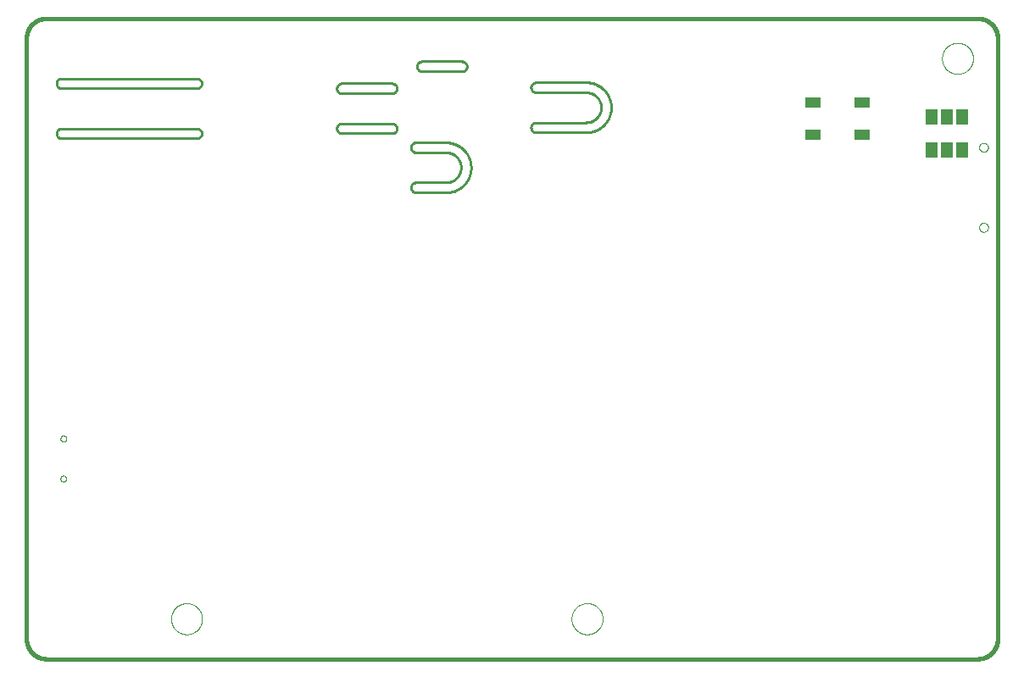
<source format=gbp>
G75*
%MOIN*%
%OFA0B0*%
%FSLAX25Y25*%
%IPPOS*%
%LPD*%
%AMOC8*
5,1,8,0,0,1.08239X$1,22.5*
%
%ADD10C,0.01600*%
%ADD11C,0.01000*%
%ADD12C,0.00000*%
%ADD13R,0.05906X0.03937*%
%ADD14R,0.04600X0.06300*%
D10*
X0016939Y0009674D02*
X0016939Y0245894D01*
X0016941Y0246084D01*
X0016948Y0246274D01*
X0016960Y0246464D01*
X0016976Y0246654D01*
X0016996Y0246843D01*
X0017022Y0247032D01*
X0017051Y0247220D01*
X0017086Y0247407D01*
X0017125Y0247593D01*
X0017168Y0247778D01*
X0017216Y0247963D01*
X0017268Y0248146D01*
X0017324Y0248327D01*
X0017385Y0248507D01*
X0017451Y0248686D01*
X0017520Y0248863D01*
X0017594Y0249039D01*
X0017672Y0249212D01*
X0017755Y0249384D01*
X0017841Y0249553D01*
X0017931Y0249721D01*
X0018026Y0249886D01*
X0018124Y0250049D01*
X0018227Y0250209D01*
X0018333Y0250367D01*
X0018443Y0250522D01*
X0018556Y0250675D01*
X0018674Y0250825D01*
X0018795Y0250971D01*
X0018919Y0251115D01*
X0019047Y0251256D01*
X0019178Y0251394D01*
X0019313Y0251529D01*
X0019451Y0251660D01*
X0019592Y0251788D01*
X0019736Y0251912D01*
X0019882Y0252033D01*
X0020032Y0252151D01*
X0020185Y0252264D01*
X0020340Y0252374D01*
X0020498Y0252480D01*
X0020658Y0252583D01*
X0020821Y0252681D01*
X0020986Y0252776D01*
X0021154Y0252866D01*
X0021323Y0252952D01*
X0021495Y0253035D01*
X0021668Y0253113D01*
X0021844Y0253187D01*
X0022021Y0253256D01*
X0022200Y0253322D01*
X0022380Y0253383D01*
X0022561Y0253439D01*
X0022744Y0253491D01*
X0022929Y0253539D01*
X0023114Y0253582D01*
X0023300Y0253621D01*
X0023487Y0253656D01*
X0023675Y0253685D01*
X0023864Y0253711D01*
X0024053Y0253731D01*
X0024243Y0253747D01*
X0024433Y0253759D01*
X0024623Y0253766D01*
X0024813Y0253768D01*
X0024813Y0253769D02*
X0390955Y0253769D01*
X0390955Y0253768D02*
X0391145Y0253766D01*
X0391335Y0253759D01*
X0391525Y0253747D01*
X0391715Y0253731D01*
X0391904Y0253711D01*
X0392093Y0253685D01*
X0392281Y0253656D01*
X0392468Y0253621D01*
X0392654Y0253582D01*
X0392839Y0253539D01*
X0393024Y0253491D01*
X0393207Y0253439D01*
X0393388Y0253383D01*
X0393568Y0253322D01*
X0393747Y0253256D01*
X0393924Y0253187D01*
X0394100Y0253113D01*
X0394273Y0253035D01*
X0394445Y0252952D01*
X0394614Y0252866D01*
X0394782Y0252776D01*
X0394947Y0252681D01*
X0395110Y0252583D01*
X0395270Y0252480D01*
X0395428Y0252374D01*
X0395583Y0252264D01*
X0395736Y0252151D01*
X0395886Y0252033D01*
X0396032Y0251912D01*
X0396176Y0251788D01*
X0396317Y0251660D01*
X0396455Y0251529D01*
X0396590Y0251394D01*
X0396721Y0251256D01*
X0396849Y0251115D01*
X0396973Y0250971D01*
X0397094Y0250825D01*
X0397212Y0250675D01*
X0397325Y0250522D01*
X0397435Y0250367D01*
X0397541Y0250209D01*
X0397644Y0250049D01*
X0397742Y0249886D01*
X0397837Y0249721D01*
X0397927Y0249553D01*
X0398013Y0249384D01*
X0398096Y0249212D01*
X0398174Y0249039D01*
X0398248Y0248863D01*
X0398317Y0248686D01*
X0398383Y0248507D01*
X0398444Y0248327D01*
X0398500Y0248146D01*
X0398552Y0247963D01*
X0398600Y0247778D01*
X0398643Y0247593D01*
X0398682Y0247407D01*
X0398717Y0247220D01*
X0398746Y0247032D01*
X0398772Y0246843D01*
X0398792Y0246654D01*
X0398808Y0246464D01*
X0398820Y0246274D01*
X0398827Y0246084D01*
X0398829Y0245894D01*
X0398829Y0009674D01*
X0398827Y0009484D01*
X0398820Y0009294D01*
X0398808Y0009104D01*
X0398792Y0008914D01*
X0398772Y0008725D01*
X0398746Y0008536D01*
X0398717Y0008348D01*
X0398682Y0008161D01*
X0398643Y0007975D01*
X0398600Y0007790D01*
X0398552Y0007605D01*
X0398500Y0007422D01*
X0398444Y0007241D01*
X0398383Y0007061D01*
X0398317Y0006882D01*
X0398248Y0006705D01*
X0398174Y0006529D01*
X0398096Y0006356D01*
X0398013Y0006184D01*
X0397927Y0006015D01*
X0397837Y0005847D01*
X0397742Y0005682D01*
X0397644Y0005519D01*
X0397541Y0005359D01*
X0397435Y0005201D01*
X0397325Y0005046D01*
X0397212Y0004893D01*
X0397094Y0004743D01*
X0396973Y0004597D01*
X0396849Y0004453D01*
X0396721Y0004312D01*
X0396590Y0004174D01*
X0396455Y0004039D01*
X0396317Y0003908D01*
X0396176Y0003780D01*
X0396032Y0003656D01*
X0395886Y0003535D01*
X0395736Y0003417D01*
X0395583Y0003304D01*
X0395428Y0003194D01*
X0395270Y0003088D01*
X0395110Y0002985D01*
X0394947Y0002887D01*
X0394782Y0002792D01*
X0394614Y0002702D01*
X0394445Y0002616D01*
X0394273Y0002533D01*
X0394100Y0002455D01*
X0393924Y0002381D01*
X0393747Y0002312D01*
X0393568Y0002246D01*
X0393388Y0002185D01*
X0393207Y0002129D01*
X0393024Y0002077D01*
X0392839Y0002029D01*
X0392654Y0001986D01*
X0392468Y0001947D01*
X0392281Y0001912D01*
X0392093Y0001883D01*
X0391904Y0001857D01*
X0391715Y0001837D01*
X0391525Y0001821D01*
X0391335Y0001809D01*
X0391145Y0001802D01*
X0390955Y0001800D01*
X0024813Y0001800D01*
X0024623Y0001802D01*
X0024433Y0001809D01*
X0024243Y0001821D01*
X0024053Y0001837D01*
X0023864Y0001857D01*
X0023675Y0001883D01*
X0023487Y0001912D01*
X0023300Y0001947D01*
X0023114Y0001986D01*
X0022929Y0002029D01*
X0022744Y0002077D01*
X0022561Y0002129D01*
X0022380Y0002185D01*
X0022200Y0002246D01*
X0022021Y0002312D01*
X0021844Y0002381D01*
X0021668Y0002455D01*
X0021495Y0002533D01*
X0021323Y0002616D01*
X0021154Y0002702D01*
X0020986Y0002792D01*
X0020821Y0002887D01*
X0020658Y0002985D01*
X0020498Y0003088D01*
X0020340Y0003194D01*
X0020185Y0003304D01*
X0020032Y0003417D01*
X0019882Y0003535D01*
X0019736Y0003656D01*
X0019592Y0003780D01*
X0019451Y0003908D01*
X0019313Y0004039D01*
X0019178Y0004174D01*
X0019047Y0004312D01*
X0018919Y0004453D01*
X0018795Y0004597D01*
X0018674Y0004743D01*
X0018556Y0004893D01*
X0018443Y0005046D01*
X0018333Y0005201D01*
X0018227Y0005359D01*
X0018124Y0005519D01*
X0018026Y0005682D01*
X0017931Y0005847D01*
X0017841Y0006015D01*
X0017755Y0006184D01*
X0017672Y0006356D01*
X0017594Y0006529D01*
X0017520Y0006705D01*
X0017451Y0006882D01*
X0017385Y0007061D01*
X0017324Y0007241D01*
X0017268Y0007422D01*
X0017216Y0007605D01*
X0017168Y0007790D01*
X0017125Y0007975D01*
X0017086Y0008161D01*
X0017051Y0008348D01*
X0017022Y0008536D01*
X0016996Y0008725D01*
X0016976Y0008914D01*
X0016960Y0009104D01*
X0016948Y0009294D01*
X0016941Y0009484D01*
X0016939Y0009674D01*
D11*
X0170089Y0185265D02*
X0181900Y0185265D01*
X0181900Y0189202D02*
X0170089Y0189202D01*
X0168120Y0187233D02*
X0168122Y0187147D01*
X0168127Y0187061D01*
X0168137Y0186976D01*
X0168150Y0186891D01*
X0168167Y0186807D01*
X0168187Y0186723D01*
X0168211Y0186641D01*
X0168239Y0186560D01*
X0168270Y0186479D01*
X0168304Y0186401D01*
X0168342Y0186324D01*
X0168384Y0186249D01*
X0168428Y0186175D01*
X0168476Y0186104D01*
X0168527Y0186034D01*
X0168581Y0185967D01*
X0168637Y0185903D01*
X0168697Y0185841D01*
X0168759Y0185781D01*
X0168823Y0185725D01*
X0168890Y0185671D01*
X0168960Y0185620D01*
X0169031Y0185572D01*
X0169105Y0185528D01*
X0169180Y0185486D01*
X0169257Y0185448D01*
X0169335Y0185414D01*
X0169416Y0185383D01*
X0169497Y0185355D01*
X0169579Y0185331D01*
X0169663Y0185311D01*
X0169747Y0185294D01*
X0169832Y0185281D01*
X0169917Y0185271D01*
X0170003Y0185266D01*
X0170089Y0185264D01*
X0168120Y0187233D02*
X0168122Y0187319D01*
X0168127Y0187405D01*
X0168137Y0187490D01*
X0168150Y0187575D01*
X0168167Y0187659D01*
X0168187Y0187743D01*
X0168211Y0187825D01*
X0168239Y0187906D01*
X0168270Y0187987D01*
X0168304Y0188065D01*
X0168342Y0188142D01*
X0168384Y0188218D01*
X0168428Y0188291D01*
X0168476Y0188362D01*
X0168527Y0188432D01*
X0168581Y0188499D01*
X0168637Y0188563D01*
X0168697Y0188625D01*
X0168759Y0188685D01*
X0168823Y0188741D01*
X0168890Y0188795D01*
X0168960Y0188846D01*
X0169031Y0188894D01*
X0169105Y0188938D01*
X0169180Y0188980D01*
X0169257Y0189018D01*
X0169335Y0189052D01*
X0169416Y0189083D01*
X0169497Y0189111D01*
X0169579Y0189135D01*
X0169663Y0189155D01*
X0169747Y0189172D01*
X0169832Y0189185D01*
X0169917Y0189195D01*
X0170003Y0189200D01*
X0170089Y0189202D01*
X0181900Y0204950D02*
X0182138Y0204947D01*
X0182376Y0204939D01*
X0182613Y0204924D01*
X0182850Y0204904D01*
X0183086Y0204878D01*
X0183322Y0204847D01*
X0183557Y0204810D01*
X0183791Y0204767D01*
X0184024Y0204718D01*
X0184256Y0204664D01*
X0184486Y0204604D01*
X0184715Y0204539D01*
X0184942Y0204468D01*
X0185167Y0204392D01*
X0185390Y0204310D01*
X0185612Y0204223D01*
X0185831Y0204131D01*
X0186048Y0204033D01*
X0186262Y0203931D01*
X0186474Y0203823D01*
X0186684Y0203709D01*
X0186890Y0203591D01*
X0187094Y0203468D01*
X0187294Y0203340D01*
X0187491Y0203208D01*
X0187686Y0203070D01*
X0187876Y0202928D01*
X0188064Y0202781D01*
X0188247Y0202630D01*
X0188427Y0202475D01*
X0188603Y0202315D01*
X0188775Y0202151D01*
X0188944Y0201982D01*
X0189108Y0201810D01*
X0189268Y0201634D01*
X0189423Y0201454D01*
X0189574Y0201271D01*
X0189721Y0201083D01*
X0189863Y0200893D01*
X0190001Y0200698D01*
X0190133Y0200501D01*
X0190261Y0200301D01*
X0190384Y0200097D01*
X0190502Y0199891D01*
X0190616Y0199681D01*
X0190724Y0199469D01*
X0190826Y0199255D01*
X0190924Y0199038D01*
X0191016Y0198819D01*
X0191103Y0198597D01*
X0191185Y0198374D01*
X0191261Y0198149D01*
X0191332Y0197922D01*
X0191397Y0197693D01*
X0191457Y0197463D01*
X0191511Y0197231D01*
X0191560Y0196998D01*
X0191603Y0196764D01*
X0191640Y0196529D01*
X0191671Y0196293D01*
X0191697Y0196057D01*
X0191717Y0195820D01*
X0191732Y0195583D01*
X0191740Y0195345D01*
X0191743Y0195107D01*
X0191740Y0194869D01*
X0191732Y0194631D01*
X0191717Y0194394D01*
X0191697Y0194157D01*
X0191671Y0193921D01*
X0191640Y0193685D01*
X0191603Y0193450D01*
X0191560Y0193216D01*
X0191511Y0192983D01*
X0191457Y0192751D01*
X0191397Y0192521D01*
X0191332Y0192292D01*
X0191261Y0192065D01*
X0191185Y0191840D01*
X0191103Y0191617D01*
X0191016Y0191395D01*
X0190924Y0191176D01*
X0190826Y0190959D01*
X0190724Y0190745D01*
X0190616Y0190533D01*
X0190502Y0190323D01*
X0190384Y0190117D01*
X0190261Y0189913D01*
X0190133Y0189713D01*
X0190001Y0189516D01*
X0189863Y0189321D01*
X0189721Y0189131D01*
X0189574Y0188943D01*
X0189423Y0188760D01*
X0189268Y0188580D01*
X0189108Y0188404D01*
X0188944Y0188232D01*
X0188775Y0188063D01*
X0188603Y0187899D01*
X0188427Y0187739D01*
X0188247Y0187584D01*
X0188064Y0187433D01*
X0187876Y0187286D01*
X0187686Y0187144D01*
X0187491Y0187006D01*
X0187294Y0186874D01*
X0187094Y0186746D01*
X0186890Y0186623D01*
X0186684Y0186505D01*
X0186474Y0186391D01*
X0186262Y0186283D01*
X0186048Y0186181D01*
X0185831Y0186083D01*
X0185612Y0185991D01*
X0185390Y0185904D01*
X0185167Y0185822D01*
X0184942Y0185746D01*
X0184715Y0185675D01*
X0184486Y0185610D01*
X0184256Y0185550D01*
X0184024Y0185496D01*
X0183791Y0185447D01*
X0183557Y0185404D01*
X0183322Y0185367D01*
X0183086Y0185336D01*
X0182850Y0185310D01*
X0182613Y0185290D01*
X0182376Y0185275D01*
X0182138Y0185267D01*
X0181900Y0185264D01*
X0181900Y0189201D02*
X0182052Y0189203D01*
X0182204Y0189209D01*
X0182356Y0189219D01*
X0182507Y0189232D01*
X0182658Y0189250D01*
X0182809Y0189271D01*
X0182959Y0189297D01*
X0183108Y0189326D01*
X0183257Y0189359D01*
X0183404Y0189396D01*
X0183551Y0189436D01*
X0183696Y0189481D01*
X0183840Y0189529D01*
X0183983Y0189581D01*
X0184125Y0189636D01*
X0184265Y0189695D01*
X0184404Y0189758D01*
X0184541Y0189824D01*
X0184676Y0189894D01*
X0184809Y0189967D01*
X0184940Y0190044D01*
X0185070Y0190124D01*
X0185197Y0190207D01*
X0185322Y0190293D01*
X0185445Y0190383D01*
X0185565Y0190476D01*
X0185683Y0190572D01*
X0185799Y0190671D01*
X0185912Y0190773D01*
X0186022Y0190877D01*
X0186130Y0190985D01*
X0186234Y0191095D01*
X0186336Y0191208D01*
X0186435Y0191324D01*
X0186531Y0191442D01*
X0186624Y0191562D01*
X0186714Y0191685D01*
X0186800Y0191810D01*
X0186883Y0191937D01*
X0186963Y0192067D01*
X0187040Y0192198D01*
X0187113Y0192331D01*
X0187183Y0192466D01*
X0187249Y0192603D01*
X0187312Y0192742D01*
X0187371Y0192882D01*
X0187426Y0193024D01*
X0187478Y0193167D01*
X0187526Y0193311D01*
X0187571Y0193456D01*
X0187611Y0193603D01*
X0187648Y0193750D01*
X0187681Y0193899D01*
X0187710Y0194048D01*
X0187736Y0194198D01*
X0187757Y0194349D01*
X0187775Y0194500D01*
X0187788Y0194651D01*
X0187798Y0194803D01*
X0187804Y0194955D01*
X0187806Y0195107D01*
X0187804Y0195259D01*
X0187798Y0195411D01*
X0187788Y0195563D01*
X0187775Y0195714D01*
X0187757Y0195865D01*
X0187736Y0196016D01*
X0187710Y0196166D01*
X0187681Y0196315D01*
X0187648Y0196464D01*
X0187611Y0196611D01*
X0187571Y0196758D01*
X0187526Y0196903D01*
X0187478Y0197047D01*
X0187426Y0197190D01*
X0187371Y0197332D01*
X0187312Y0197472D01*
X0187249Y0197611D01*
X0187183Y0197748D01*
X0187113Y0197883D01*
X0187040Y0198016D01*
X0186963Y0198147D01*
X0186883Y0198277D01*
X0186800Y0198404D01*
X0186714Y0198529D01*
X0186624Y0198652D01*
X0186531Y0198772D01*
X0186435Y0198890D01*
X0186336Y0199006D01*
X0186234Y0199119D01*
X0186130Y0199229D01*
X0186022Y0199337D01*
X0185912Y0199441D01*
X0185799Y0199543D01*
X0185683Y0199642D01*
X0185565Y0199738D01*
X0185445Y0199831D01*
X0185322Y0199921D01*
X0185197Y0200007D01*
X0185070Y0200090D01*
X0184940Y0200170D01*
X0184809Y0200247D01*
X0184676Y0200320D01*
X0184541Y0200390D01*
X0184404Y0200456D01*
X0184265Y0200519D01*
X0184125Y0200578D01*
X0183983Y0200633D01*
X0183840Y0200685D01*
X0183696Y0200733D01*
X0183551Y0200778D01*
X0183404Y0200818D01*
X0183257Y0200855D01*
X0183108Y0200888D01*
X0182959Y0200917D01*
X0182809Y0200943D01*
X0182658Y0200964D01*
X0182507Y0200982D01*
X0182356Y0200995D01*
X0182204Y0201005D01*
X0182052Y0201011D01*
X0181900Y0201013D01*
X0170089Y0201013D01*
X0168120Y0202981D02*
X0168122Y0203067D01*
X0168127Y0203153D01*
X0168137Y0203238D01*
X0168150Y0203323D01*
X0168167Y0203407D01*
X0168187Y0203491D01*
X0168211Y0203573D01*
X0168239Y0203654D01*
X0168270Y0203735D01*
X0168304Y0203813D01*
X0168342Y0203890D01*
X0168384Y0203966D01*
X0168428Y0204039D01*
X0168476Y0204110D01*
X0168527Y0204180D01*
X0168581Y0204247D01*
X0168637Y0204311D01*
X0168697Y0204373D01*
X0168759Y0204433D01*
X0168823Y0204489D01*
X0168890Y0204543D01*
X0168960Y0204594D01*
X0169031Y0204642D01*
X0169105Y0204686D01*
X0169180Y0204728D01*
X0169257Y0204766D01*
X0169335Y0204800D01*
X0169416Y0204831D01*
X0169497Y0204859D01*
X0169579Y0204883D01*
X0169663Y0204903D01*
X0169747Y0204920D01*
X0169832Y0204933D01*
X0169917Y0204943D01*
X0170003Y0204948D01*
X0170089Y0204950D01*
X0181900Y0204950D01*
X0170089Y0201012D02*
X0170003Y0201014D01*
X0169917Y0201019D01*
X0169832Y0201029D01*
X0169747Y0201042D01*
X0169663Y0201059D01*
X0169579Y0201079D01*
X0169497Y0201103D01*
X0169416Y0201131D01*
X0169335Y0201162D01*
X0169257Y0201196D01*
X0169180Y0201234D01*
X0169105Y0201276D01*
X0169031Y0201320D01*
X0168960Y0201368D01*
X0168890Y0201419D01*
X0168823Y0201473D01*
X0168759Y0201529D01*
X0168697Y0201589D01*
X0168637Y0201651D01*
X0168581Y0201715D01*
X0168527Y0201782D01*
X0168476Y0201852D01*
X0168428Y0201923D01*
X0168384Y0201997D01*
X0168342Y0202072D01*
X0168304Y0202149D01*
X0168270Y0202227D01*
X0168239Y0202308D01*
X0168211Y0202389D01*
X0168187Y0202471D01*
X0168167Y0202555D01*
X0168150Y0202639D01*
X0168137Y0202724D01*
X0168127Y0202809D01*
X0168122Y0202895D01*
X0168120Y0202981D01*
X0160640Y0208493D02*
X0140955Y0208493D01*
X0138986Y0210461D02*
X0138988Y0210547D01*
X0138993Y0210633D01*
X0139003Y0210718D01*
X0139016Y0210803D01*
X0139033Y0210887D01*
X0139053Y0210971D01*
X0139077Y0211053D01*
X0139105Y0211134D01*
X0139136Y0211215D01*
X0139170Y0211293D01*
X0139208Y0211370D01*
X0139250Y0211446D01*
X0139294Y0211519D01*
X0139342Y0211590D01*
X0139393Y0211660D01*
X0139447Y0211727D01*
X0139503Y0211791D01*
X0139563Y0211853D01*
X0139625Y0211913D01*
X0139689Y0211969D01*
X0139756Y0212023D01*
X0139826Y0212074D01*
X0139897Y0212122D01*
X0139971Y0212166D01*
X0140046Y0212208D01*
X0140123Y0212246D01*
X0140201Y0212280D01*
X0140282Y0212311D01*
X0140363Y0212339D01*
X0140445Y0212363D01*
X0140529Y0212383D01*
X0140613Y0212400D01*
X0140698Y0212413D01*
X0140783Y0212423D01*
X0140869Y0212428D01*
X0140955Y0212430D01*
X0160640Y0212430D01*
X0160726Y0212428D01*
X0160812Y0212423D01*
X0160897Y0212413D01*
X0160982Y0212400D01*
X0161066Y0212383D01*
X0161150Y0212363D01*
X0161232Y0212339D01*
X0161313Y0212311D01*
X0161394Y0212280D01*
X0161472Y0212246D01*
X0161549Y0212208D01*
X0161625Y0212166D01*
X0161698Y0212122D01*
X0161769Y0212074D01*
X0161839Y0212023D01*
X0161906Y0211969D01*
X0161970Y0211913D01*
X0162032Y0211853D01*
X0162092Y0211791D01*
X0162148Y0211727D01*
X0162202Y0211660D01*
X0162253Y0211590D01*
X0162301Y0211519D01*
X0162345Y0211446D01*
X0162387Y0211370D01*
X0162425Y0211293D01*
X0162459Y0211215D01*
X0162490Y0211134D01*
X0162518Y0211053D01*
X0162542Y0210971D01*
X0162562Y0210887D01*
X0162579Y0210803D01*
X0162592Y0210718D01*
X0162602Y0210633D01*
X0162607Y0210547D01*
X0162609Y0210461D01*
X0162607Y0210375D01*
X0162602Y0210289D01*
X0162592Y0210204D01*
X0162579Y0210119D01*
X0162562Y0210035D01*
X0162542Y0209951D01*
X0162518Y0209869D01*
X0162490Y0209788D01*
X0162459Y0209707D01*
X0162425Y0209629D01*
X0162387Y0209552D01*
X0162345Y0209477D01*
X0162301Y0209403D01*
X0162253Y0209332D01*
X0162202Y0209262D01*
X0162148Y0209195D01*
X0162092Y0209131D01*
X0162032Y0209069D01*
X0161970Y0209009D01*
X0161906Y0208953D01*
X0161839Y0208899D01*
X0161769Y0208848D01*
X0161698Y0208800D01*
X0161625Y0208756D01*
X0161549Y0208714D01*
X0161472Y0208676D01*
X0161394Y0208642D01*
X0161313Y0208611D01*
X0161232Y0208583D01*
X0161150Y0208559D01*
X0161066Y0208539D01*
X0160982Y0208522D01*
X0160897Y0208509D01*
X0160812Y0208499D01*
X0160726Y0208494D01*
X0160640Y0208492D01*
X0140955Y0208492D02*
X0140869Y0208494D01*
X0140783Y0208499D01*
X0140698Y0208509D01*
X0140613Y0208522D01*
X0140529Y0208539D01*
X0140445Y0208559D01*
X0140363Y0208583D01*
X0140282Y0208611D01*
X0140201Y0208642D01*
X0140123Y0208676D01*
X0140046Y0208714D01*
X0139971Y0208756D01*
X0139897Y0208800D01*
X0139826Y0208848D01*
X0139756Y0208899D01*
X0139689Y0208953D01*
X0139625Y0209009D01*
X0139563Y0209069D01*
X0139503Y0209131D01*
X0139447Y0209195D01*
X0139393Y0209262D01*
X0139342Y0209332D01*
X0139294Y0209403D01*
X0139250Y0209477D01*
X0139208Y0209552D01*
X0139170Y0209629D01*
X0139136Y0209707D01*
X0139105Y0209788D01*
X0139077Y0209869D01*
X0139053Y0209951D01*
X0139033Y0210035D01*
X0139016Y0210119D01*
X0139003Y0210204D01*
X0138993Y0210289D01*
X0138988Y0210375D01*
X0138986Y0210461D01*
X0140955Y0224241D02*
X0160640Y0224241D01*
X0162609Y0226209D02*
X0162607Y0226295D01*
X0162602Y0226381D01*
X0162592Y0226466D01*
X0162579Y0226551D01*
X0162562Y0226635D01*
X0162542Y0226719D01*
X0162518Y0226801D01*
X0162490Y0226882D01*
X0162459Y0226963D01*
X0162425Y0227041D01*
X0162387Y0227118D01*
X0162345Y0227194D01*
X0162301Y0227267D01*
X0162253Y0227338D01*
X0162202Y0227408D01*
X0162148Y0227475D01*
X0162092Y0227539D01*
X0162032Y0227601D01*
X0161970Y0227661D01*
X0161906Y0227717D01*
X0161839Y0227771D01*
X0161769Y0227822D01*
X0161698Y0227870D01*
X0161625Y0227914D01*
X0161549Y0227956D01*
X0161472Y0227994D01*
X0161394Y0228028D01*
X0161313Y0228059D01*
X0161232Y0228087D01*
X0161150Y0228111D01*
X0161066Y0228131D01*
X0160982Y0228148D01*
X0160897Y0228161D01*
X0160812Y0228171D01*
X0160726Y0228176D01*
X0160640Y0228178D01*
X0140955Y0228178D01*
X0140869Y0228176D01*
X0140783Y0228171D01*
X0140698Y0228161D01*
X0140613Y0228148D01*
X0140529Y0228131D01*
X0140445Y0228111D01*
X0140363Y0228087D01*
X0140282Y0228059D01*
X0140201Y0228028D01*
X0140123Y0227994D01*
X0140046Y0227956D01*
X0139971Y0227914D01*
X0139897Y0227870D01*
X0139826Y0227822D01*
X0139756Y0227771D01*
X0139689Y0227717D01*
X0139625Y0227661D01*
X0139563Y0227601D01*
X0139503Y0227539D01*
X0139447Y0227475D01*
X0139393Y0227408D01*
X0139342Y0227338D01*
X0139294Y0227267D01*
X0139250Y0227194D01*
X0139208Y0227118D01*
X0139170Y0227041D01*
X0139136Y0226963D01*
X0139105Y0226882D01*
X0139077Y0226801D01*
X0139053Y0226719D01*
X0139033Y0226635D01*
X0139016Y0226551D01*
X0139003Y0226466D01*
X0138993Y0226381D01*
X0138988Y0226295D01*
X0138986Y0226209D01*
X0138988Y0226123D01*
X0138993Y0226037D01*
X0139003Y0225952D01*
X0139016Y0225867D01*
X0139033Y0225783D01*
X0139053Y0225699D01*
X0139077Y0225617D01*
X0139105Y0225536D01*
X0139136Y0225455D01*
X0139170Y0225377D01*
X0139208Y0225300D01*
X0139250Y0225225D01*
X0139294Y0225151D01*
X0139342Y0225080D01*
X0139393Y0225010D01*
X0139447Y0224943D01*
X0139503Y0224879D01*
X0139563Y0224817D01*
X0139625Y0224757D01*
X0139689Y0224701D01*
X0139756Y0224647D01*
X0139826Y0224596D01*
X0139897Y0224548D01*
X0139971Y0224504D01*
X0140046Y0224462D01*
X0140123Y0224424D01*
X0140201Y0224390D01*
X0140282Y0224359D01*
X0140363Y0224331D01*
X0140445Y0224307D01*
X0140529Y0224287D01*
X0140613Y0224270D01*
X0140698Y0224257D01*
X0140783Y0224247D01*
X0140869Y0224242D01*
X0140955Y0224240D01*
X0160640Y0224240D02*
X0160726Y0224242D01*
X0160812Y0224247D01*
X0160897Y0224257D01*
X0160982Y0224270D01*
X0161066Y0224287D01*
X0161150Y0224307D01*
X0161232Y0224331D01*
X0161313Y0224359D01*
X0161394Y0224390D01*
X0161472Y0224424D01*
X0161549Y0224462D01*
X0161625Y0224504D01*
X0161698Y0224548D01*
X0161769Y0224596D01*
X0161839Y0224647D01*
X0161906Y0224701D01*
X0161970Y0224757D01*
X0162032Y0224817D01*
X0162092Y0224879D01*
X0162148Y0224943D01*
X0162202Y0225010D01*
X0162253Y0225080D01*
X0162301Y0225151D01*
X0162345Y0225225D01*
X0162387Y0225300D01*
X0162425Y0225377D01*
X0162459Y0225455D01*
X0162490Y0225536D01*
X0162518Y0225617D01*
X0162542Y0225699D01*
X0162562Y0225783D01*
X0162579Y0225867D01*
X0162592Y0225952D01*
X0162602Y0226037D01*
X0162607Y0226123D01*
X0162609Y0226209D01*
X0172451Y0232902D02*
X0188199Y0232902D01*
X0190168Y0234871D02*
X0190166Y0234957D01*
X0190161Y0235043D01*
X0190151Y0235128D01*
X0190138Y0235213D01*
X0190121Y0235297D01*
X0190101Y0235381D01*
X0190077Y0235463D01*
X0190049Y0235544D01*
X0190018Y0235625D01*
X0189984Y0235703D01*
X0189946Y0235780D01*
X0189904Y0235856D01*
X0189860Y0235929D01*
X0189812Y0236000D01*
X0189761Y0236070D01*
X0189707Y0236137D01*
X0189651Y0236201D01*
X0189591Y0236263D01*
X0189529Y0236323D01*
X0189465Y0236379D01*
X0189398Y0236433D01*
X0189328Y0236484D01*
X0189257Y0236532D01*
X0189184Y0236576D01*
X0189108Y0236618D01*
X0189031Y0236656D01*
X0188953Y0236690D01*
X0188872Y0236721D01*
X0188791Y0236749D01*
X0188709Y0236773D01*
X0188625Y0236793D01*
X0188541Y0236810D01*
X0188456Y0236823D01*
X0188371Y0236833D01*
X0188285Y0236838D01*
X0188199Y0236840D01*
X0188199Y0236839D02*
X0172451Y0236839D01*
X0172451Y0236840D02*
X0172365Y0236838D01*
X0172279Y0236833D01*
X0172194Y0236823D01*
X0172109Y0236810D01*
X0172025Y0236793D01*
X0171941Y0236773D01*
X0171859Y0236749D01*
X0171778Y0236721D01*
X0171697Y0236690D01*
X0171619Y0236656D01*
X0171542Y0236618D01*
X0171467Y0236576D01*
X0171393Y0236532D01*
X0171322Y0236484D01*
X0171252Y0236433D01*
X0171185Y0236379D01*
X0171121Y0236323D01*
X0171059Y0236263D01*
X0170999Y0236201D01*
X0170943Y0236137D01*
X0170889Y0236070D01*
X0170838Y0236000D01*
X0170790Y0235929D01*
X0170746Y0235856D01*
X0170704Y0235780D01*
X0170666Y0235703D01*
X0170632Y0235625D01*
X0170601Y0235544D01*
X0170573Y0235463D01*
X0170549Y0235381D01*
X0170529Y0235297D01*
X0170512Y0235213D01*
X0170499Y0235128D01*
X0170489Y0235043D01*
X0170484Y0234957D01*
X0170482Y0234871D01*
X0170484Y0234785D01*
X0170489Y0234699D01*
X0170499Y0234614D01*
X0170512Y0234529D01*
X0170529Y0234445D01*
X0170549Y0234361D01*
X0170573Y0234279D01*
X0170601Y0234198D01*
X0170632Y0234117D01*
X0170666Y0234039D01*
X0170704Y0233962D01*
X0170746Y0233887D01*
X0170790Y0233813D01*
X0170838Y0233742D01*
X0170889Y0233672D01*
X0170943Y0233605D01*
X0170999Y0233541D01*
X0171059Y0233479D01*
X0171121Y0233419D01*
X0171185Y0233363D01*
X0171252Y0233309D01*
X0171322Y0233258D01*
X0171393Y0233210D01*
X0171467Y0233166D01*
X0171542Y0233124D01*
X0171619Y0233086D01*
X0171697Y0233052D01*
X0171778Y0233021D01*
X0171859Y0232993D01*
X0171941Y0232969D01*
X0172025Y0232949D01*
X0172109Y0232932D01*
X0172194Y0232919D01*
X0172279Y0232909D01*
X0172365Y0232904D01*
X0172451Y0232902D01*
X0188199Y0232902D02*
X0188285Y0232904D01*
X0188371Y0232909D01*
X0188456Y0232919D01*
X0188541Y0232932D01*
X0188625Y0232949D01*
X0188709Y0232969D01*
X0188791Y0232993D01*
X0188872Y0233021D01*
X0188953Y0233052D01*
X0189031Y0233086D01*
X0189108Y0233124D01*
X0189184Y0233166D01*
X0189257Y0233210D01*
X0189328Y0233258D01*
X0189398Y0233309D01*
X0189465Y0233363D01*
X0189529Y0233419D01*
X0189591Y0233479D01*
X0189651Y0233541D01*
X0189707Y0233605D01*
X0189761Y0233672D01*
X0189812Y0233742D01*
X0189860Y0233813D01*
X0189904Y0233887D01*
X0189946Y0233962D01*
X0189984Y0234039D01*
X0190018Y0234117D01*
X0190049Y0234198D01*
X0190077Y0234279D01*
X0190101Y0234361D01*
X0190121Y0234445D01*
X0190138Y0234529D01*
X0190151Y0234614D01*
X0190161Y0234699D01*
X0190166Y0234785D01*
X0190168Y0234871D01*
X0217333Y0228572D02*
X0237018Y0228572D01*
X0237018Y0224635D02*
X0217333Y0224635D01*
X0215364Y0226603D02*
X0215366Y0226689D01*
X0215371Y0226775D01*
X0215381Y0226860D01*
X0215394Y0226945D01*
X0215411Y0227029D01*
X0215431Y0227113D01*
X0215455Y0227195D01*
X0215483Y0227276D01*
X0215514Y0227357D01*
X0215548Y0227435D01*
X0215586Y0227512D01*
X0215628Y0227588D01*
X0215672Y0227661D01*
X0215720Y0227732D01*
X0215771Y0227802D01*
X0215825Y0227869D01*
X0215881Y0227933D01*
X0215941Y0227995D01*
X0216003Y0228055D01*
X0216067Y0228111D01*
X0216134Y0228165D01*
X0216204Y0228216D01*
X0216275Y0228264D01*
X0216349Y0228308D01*
X0216424Y0228350D01*
X0216501Y0228388D01*
X0216579Y0228422D01*
X0216660Y0228453D01*
X0216741Y0228481D01*
X0216823Y0228505D01*
X0216907Y0228525D01*
X0216991Y0228542D01*
X0217076Y0228555D01*
X0217161Y0228565D01*
X0217247Y0228570D01*
X0217333Y0228572D01*
X0215364Y0226603D02*
X0215366Y0226517D01*
X0215371Y0226431D01*
X0215381Y0226346D01*
X0215394Y0226261D01*
X0215411Y0226177D01*
X0215431Y0226093D01*
X0215455Y0226011D01*
X0215483Y0225930D01*
X0215514Y0225849D01*
X0215548Y0225771D01*
X0215586Y0225694D01*
X0215628Y0225619D01*
X0215672Y0225545D01*
X0215720Y0225474D01*
X0215771Y0225404D01*
X0215825Y0225337D01*
X0215881Y0225273D01*
X0215941Y0225211D01*
X0216003Y0225151D01*
X0216067Y0225095D01*
X0216134Y0225041D01*
X0216204Y0224990D01*
X0216275Y0224942D01*
X0216349Y0224898D01*
X0216424Y0224856D01*
X0216501Y0224818D01*
X0216579Y0224784D01*
X0216660Y0224753D01*
X0216741Y0224725D01*
X0216823Y0224701D01*
X0216907Y0224681D01*
X0216991Y0224664D01*
X0217076Y0224651D01*
X0217161Y0224641D01*
X0217247Y0224636D01*
X0217333Y0224634D01*
X0217333Y0212824D02*
X0237018Y0212824D01*
X0237018Y0208887D02*
X0217333Y0208887D01*
X0217333Y0208886D02*
X0217247Y0208888D01*
X0217161Y0208893D01*
X0217076Y0208903D01*
X0216991Y0208916D01*
X0216907Y0208933D01*
X0216823Y0208953D01*
X0216741Y0208977D01*
X0216660Y0209005D01*
X0216579Y0209036D01*
X0216501Y0209070D01*
X0216424Y0209108D01*
X0216349Y0209150D01*
X0216275Y0209194D01*
X0216204Y0209242D01*
X0216134Y0209293D01*
X0216067Y0209347D01*
X0216003Y0209403D01*
X0215941Y0209463D01*
X0215881Y0209525D01*
X0215825Y0209589D01*
X0215771Y0209656D01*
X0215720Y0209726D01*
X0215672Y0209797D01*
X0215628Y0209871D01*
X0215586Y0209946D01*
X0215548Y0210023D01*
X0215514Y0210101D01*
X0215483Y0210182D01*
X0215455Y0210263D01*
X0215431Y0210345D01*
X0215411Y0210429D01*
X0215394Y0210513D01*
X0215381Y0210598D01*
X0215371Y0210683D01*
X0215366Y0210769D01*
X0215364Y0210855D01*
X0215366Y0210941D01*
X0215371Y0211027D01*
X0215381Y0211112D01*
X0215394Y0211197D01*
X0215411Y0211281D01*
X0215431Y0211365D01*
X0215455Y0211447D01*
X0215483Y0211528D01*
X0215514Y0211609D01*
X0215548Y0211687D01*
X0215586Y0211764D01*
X0215628Y0211840D01*
X0215672Y0211913D01*
X0215720Y0211984D01*
X0215771Y0212054D01*
X0215825Y0212121D01*
X0215881Y0212185D01*
X0215941Y0212247D01*
X0216003Y0212307D01*
X0216067Y0212363D01*
X0216134Y0212417D01*
X0216204Y0212468D01*
X0216275Y0212516D01*
X0216349Y0212560D01*
X0216424Y0212602D01*
X0216501Y0212640D01*
X0216579Y0212674D01*
X0216660Y0212705D01*
X0216741Y0212733D01*
X0216823Y0212757D01*
X0216907Y0212777D01*
X0216991Y0212794D01*
X0217076Y0212807D01*
X0217161Y0212817D01*
X0217247Y0212822D01*
X0217333Y0212824D01*
X0237018Y0228572D02*
X0237256Y0228569D01*
X0237494Y0228561D01*
X0237731Y0228546D01*
X0237968Y0228526D01*
X0238204Y0228500D01*
X0238440Y0228469D01*
X0238675Y0228432D01*
X0238909Y0228389D01*
X0239142Y0228340D01*
X0239374Y0228286D01*
X0239604Y0228226D01*
X0239833Y0228161D01*
X0240060Y0228090D01*
X0240285Y0228014D01*
X0240508Y0227932D01*
X0240730Y0227845D01*
X0240949Y0227753D01*
X0241166Y0227655D01*
X0241380Y0227553D01*
X0241592Y0227445D01*
X0241802Y0227331D01*
X0242008Y0227213D01*
X0242212Y0227090D01*
X0242412Y0226962D01*
X0242609Y0226830D01*
X0242804Y0226692D01*
X0242994Y0226550D01*
X0243182Y0226403D01*
X0243365Y0226252D01*
X0243545Y0226097D01*
X0243721Y0225937D01*
X0243893Y0225773D01*
X0244062Y0225604D01*
X0244226Y0225432D01*
X0244386Y0225256D01*
X0244541Y0225076D01*
X0244692Y0224893D01*
X0244839Y0224705D01*
X0244981Y0224515D01*
X0245119Y0224320D01*
X0245251Y0224123D01*
X0245379Y0223923D01*
X0245502Y0223719D01*
X0245620Y0223513D01*
X0245734Y0223303D01*
X0245842Y0223091D01*
X0245944Y0222877D01*
X0246042Y0222660D01*
X0246134Y0222441D01*
X0246221Y0222219D01*
X0246303Y0221996D01*
X0246379Y0221771D01*
X0246450Y0221544D01*
X0246515Y0221315D01*
X0246575Y0221085D01*
X0246629Y0220853D01*
X0246678Y0220620D01*
X0246721Y0220386D01*
X0246758Y0220151D01*
X0246789Y0219915D01*
X0246815Y0219679D01*
X0246835Y0219442D01*
X0246850Y0219205D01*
X0246858Y0218967D01*
X0246861Y0218729D01*
X0246858Y0218491D01*
X0246850Y0218253D01*
X0246835Y0218016D01*
X0246815Y0217779D01*
X0246789Y0217543D01*
X0246758Y0217307D01*
X0246721Y0217072D01*
X0246678Y0216838D01*
X0246629Y0216605D01*
X0246575Y0216373D01*
X0246515Y0216143D01*
X0246450Y0215914D01*
X0246379Y0215687D01*
X0246303Y0215462D01*
X0246221Y0215239D01*
X0246134Y0215017D01*
X0246042Y0214798D01*
X0245944Y0214581D01*
X0245842Y0214367D01*
X0245734Y0214155D01*
X0245620Y0213945D01*
X0245502Y0213739D01*
X0245379Y0213535D01*
X0245251Y0213335D01*
X0245119Y0213138D01*
X0244981Y0212943D01*
X0244839Y0212753D01*
X0244692Y0212565D01*
X0244541Y0212382D01*
X0244386Y0212202D01*
X0244226Y0212026D01*
X0244062Y0211854D01*
X0243893Y0211685D01*
X0243721Y0211521D01*
X0243545Y0211361D01*
X0243365Y0211206D01*
X0243182Y0211055D01*
X0242994Y0210908D01*
X0242804Y0210766D01*
X0242609Y0210628D01*
X0242412Y0210496D01*
X0242212Y0210368D01*
X0242008Y0210245D01*
X0241802Y0210127D01*
X0241592Y0210013D01*
X0241380Y0209905D01*
X0241166Y0209803D01*
X0240949Y0209705D01*
X0240730Y0209613D01*
X0240508Y0209526D01*
X0240285Y0209444D01*
X0240060Y0209368D01*
X0239833Y0209297D01*
X0239604Y0209232D01*
X0239374Y0209172D01*
X0239142Y0209118D01*
X0238909Y0209069D01*
X0238675Y0209026D01*
X0238440Y0208989D01*
X0238204Y0208958D01*
X0237968Y0208932D01*
X0237731Y0208912D01*
X0237494Y0208897D01*
X0237256Y0208889D01*
X0237018Y0208886D01*
X0237018Y0212823D02*
X0237170Y0212825D01*
X0237322Y0212831D01*
X0237474Y0212841D01*
X0237625Y0212854D01*
X0237776Y0212872D01*
X0237927Y0212893D01*
X0238077Y0212919D01*
X0238226Y0212948D01*
X0238375Y0212981D01*
X0238522Y0213018D01*
X0238669Y0213058D01*
X0238814Y0213103D01*
X0238958Y0213151D01*
X0239101Y0213203D01*
X0239243Y0213258D01*
X0239383Y0213317D01*
X0239522Y0213380D01*
X0239659Y0213446D01*
X0239794Y0213516D01*
X0239927Y0213589D01*
X0240058Y0213666D01*
X0240188Y0213746D01*
X0240315Y0213829D01*
X0240440Y0213915D01*
X0240563Y0214005D01*
X0240683Y0214098D01*
X0240801Y0214194D01*
X0240917Y0214293D01*
X0241030Y0214395D01*
X0241140Y0214499D01*
X0241248Y0214607D01*
X0241352Y0214717D01*
X0241454Y0214830D01*
X0241553Y0214946D01*
X0241649Y0215064D01*
X0241742Y0215184D01*
X0241832Y0215307D01*
X0241918Y0215432D01*
X0242001Y0215559D01*
X0242081Y0215689D01*
X0242158Y0215820D01*
X0242231Y0215953D01*
X0242301Y0216088D01*
X0242367Y0216225D01*
X0242430Y0216364D01*
X0242489Y0216504D01*
X0242544Y0216646D01*
X0242596Y0216789D01*
X0242644Y0216933D01*
X0242689Y0217078D01*
X0242729Y0217225D01*
X0242766Y0217372D01*
X0242799Y0217521D01*
X0242828Y0217670D01*
X0242854Y0217820D01*
X0242875Y0217971D01*
X0242893Y0218122D01*
X0242906Y0218273D01*
X0242916Y0218425D01*
X0242922Y0218577D01*
X0242924Y0218729D01*
X0242922Y0218881D01*
X0242916Y0219033D01*
X0242906Y0219185D01*
X0242893Y0219336D01*
X0242875Y0219487D01*
X0242854Y0219638D01*
X0242828Y0219788D01*
X0242799Y0219937D01*
X0242766Y0220086D01*
X0242729Y0220233D01*
X0242689Y0220380D01*
X0242644Y0220525D01*
X0242596Y0220669D01*
X0242544Y0220812D01*
X0242489Y0220954D01*
X0242430Y0221094D01*
X0242367Y0221233D01*
X0242301Y0221370D01*
X0242231Y0221505D01*
X0242158Y0221638D01*
X0242081Y0221769D01*
X0242001Y0221899D01*
X0241918Y0222026D01*
X0241832Y0222151D01*
X0241742Y0222274D01*
X0241649Y0222394D01*
X0241553Y0222512D01*
X0241454Y0222628D01*
X0241352Y0222741D01*
X0241248Y0222851D01*
X0241140Y0222959D01*
X0241030Y0223063D01*
X0240917Y0223165D01*
X0240801Y0223264D01*
X0240683Y0223360D01*
X0240563Y0223453D01*
X0240440Y0223543D01*
X0240315Y0223629D01*
X0240188Y0223712D01*
X0240058Y0223792D01*
X0239927Y0223869D01*
X0239794Y0223942D01*
X0239659Y0224012D01*
X0239522Y0224078D01*
X0239383Y0224141D01*
X0239243Y0224200D01*
X0239101Y0224255D01*
X0238958Y0224307D01*
X0238814Y0224355D01*
X0238669Y0224400D01*
X0238522Y0224440D01*
X0238375Y0224477D01*
X0238226Y0224510D01*
X0238077Y0224539D01*
X0237927Y0224565D01*
X0237776Y0224586D01*
X0237625Y0224604D01*
X0237474Y0224617D01*
X0237322Y0224627D01*
X0237170Y0224633D01*
X0237018Y0224635D01*
X0083868Y0226209D02*
X0030719Y0226209D01*
X0028750Y0228178D02*
X0028752Y0228264D01*
X0028757Y0228350D01*
X0028767Y0228435D01*
X0028780Y0228520D01*
X0028797Y0228604D01*
X0028817Y0228688D01*
X0028841Y0228770D01*
X0028869Y0228851D01*
X0028900Y0228932D01*
X0028934Y0229010D01*
X0028972Y0229087D01*
X0029014Y0229163D01*
X0029058Y0229236D01*
X0029106Y0229307D01*
X0029157Y0229377D01*
X0029211Y0229444D01*
X0029267Y0229508D01*
X0029327Y0229570D01*
X0029389Y0229630D01*
X0029453Y0229686D01*
X0029520Y0229740D01*
X0029590Y0229791D01*
X0029661Y0229839D01*
X0029735Y0229883D01*
X0029810Y0229925D01*
X0029887Y0229963D01*
X0029965Y0229997D01*
X0030046Y0230028D01*
X0030127Y0230056D01*
X0030209Y0230080D01*
X0030293Y0230100D01*
X0030377Y0230117D01*
X0030462Y0230130D01*
X0030547Y0230140D01*
X0030633Y0230145D01*
X0030719Y0230147D01*
X0030719Y0230146D02*
X0083868Y0230146D01*
X0083868Y0230147D02*
X0083954Y0230145D01*
X0084040Y0230140D01*
X0084125Y0230130D01*
X0084210Y0230117D01*
X0084294Y0230100D01*
X0084378Y0230080D01*
X0084460Y0230056D01*
X0084541Y0230028D01*
X0084622Y0229997D01*
X0084700Y0229963D01*
X0084777Y0229925D01*
X0084853Y0229883D01*
X0084926Y0229839D01*
X0084997Y0229791D01*
X0085067Y0229740D01*
X0085134Y0229686D01*
X0085198Y0229630D01*
X0085260Y0229570D01*
X0085320Y0229508D01*
X0085376Y0229444D01*
X0085430Y0229377D01*
X0085481Y0229307D01*
X0085529Y0229236D01*
X0085573Y0229163D01*
X0085615Y0229087D01*
X0085653Y0229010D01*
X0085687Y0228932D01*
X0085718Y0228851D01*
X0085746Y0228770D01*
X0085770Y0228688D01*
X0085790Y0228604D01*
X0085807Y0228520D01*
X0085820Y0228435D01*
X0085830Y0228350D01*
X0085835Y0228264D01*
X0085837Y0228178D01*
X0085835Y0228092D01*
X0085830Y0228006D01*
X0085820Y0227921D01*
X0085807Y0227836D01*
X0085790Y0227752D01*
X0085770Y0227668D01*
X0085746Y0227586D01*
X0085718Y0227505D01*
X0085687Y0227424D01*
X0085653Y0227346D01*
X0085615Y0227269D01*
X0085573Y0227194D01*
X0085529Y0227120D01*
X0085481Y0227049D01*
X0085430Y0226979D01*
X0085376Y0226912D01*
X0085320Y0226848D01*
X0085260Y0226786D01*
X0085198Y0226726D01*
X0085134Y0226670D01*
X0085067Y0226616D01*
X0084997Y0226565D01*
X0084926Y0226517D01*
X0084853Y0226473D01*
X0084777Y0226431D01*
X0084700Y0226393D01*
X0084622Y0226359D01*
X0084541Y0226328D01*
X0084460Y0226300D01*
X0084378Y0226276D01*
X0084294Y0226256D01*
X0084210Y0226239D01*
X0084125Y0226226D01*
X0084040Y0226216D01*
X0083954Y0226211D01*
X0083868Y0226209D01*
X0083868Y0210461D02*
X0030719Y0210461D01*
X0030719Y0210462D02*
X0030633Y0210460D01*
X0030547Y0210455D01*
X0030462Y0210445D01*
X0030377Y0210432D01*
X0030293Y0210415D01*
X0030209Y0210395D01*
X0030127Y0210371D01*
X0030046Y0210343D01*
X0029965Y0210312D01*
X0029887Y0210278D01*
X0029810Y0210240D01*
X0029735Y0210198D01*
X0029661Y0210154D01*
X0029590Y0210106D01*
X0029520Y0210055D01*
X0029453Y0210001D01*
X0029389Y0209945D01*
X0029327Y0209885D01*
X0029267Y0209823D01*
X0029211Y0209759D01*
X0029157Y0209692D01*
X0029106Y0209622D01*
X0029058Y0209551D01*
X0029014Y0209478D01*
X0028972Y0209402D01*
X0028934Y0209325D01*
X0028900Y0209247D01*
X0028869Y0209166D01*
X0028841Y0209085D01*
X0028817Y0209003D01*
X0028797Y0208919D01*
X0028780Y0208835D01*
X0028767Y0208750D01*
X0028757Y0208665D01*
X0028752Y0208579D01*
X0028750Y0208493D01*
X0028752Y0208407D01*
X0028757Y0208321D01*
X0028767Y0208236D01*
X0028780Y0208151D01*
X0028797Y0208067D01*
X0028817Y0207983D01*
X0028841Y0207901D01*
X0028869Y0207820D01*
X0028900Y0207739D01*
X0028934Y0207661D01*
X0028972Y0207584D01*
X0029014Y0207509D01*
X0029058Y0207435D01*
X0029106Y0207364D01*
X0029157Y0207294D01*
X0029211Y0207227D01*
X0029267Y0207163D01*
X0029327Y0207101D01*
X0029389Y0207041D01*
X0029453Y0206985D01*
X0029520Y0206931D01*
X0029590Y0206880D01*
X0029661Y0206832D01*
X0029734Y0206788D01*
X0029810Y0206746D01*
X0029887Y0206708D01*
X0029965Y0206674D01*
X0030046Y0206643D01*
X0030127Y0206615D01*
X0030209Y0206591D01*
X0030293Y0206571D01*
X0030377Y0206554D01*
X0030462Y0206541D01*
X0030547Y0206531D01*
X0030633Y0206526D01*
X0030719Y0206524D01*
X0083868Y0206524D01*
X0085837Y0208493D02*
X0085835Y0208579D01*
X0085830Y0208665D01*
X0085820Y0208750D01*
X0085807Y0208835D01*
X0085790Y0208919D01*
X0085770Y0209003D01*
X0085746Y0209085D01*
X0085718Y0209166D01*
X0085687Y0209247D01*
X0085653Y0209325D01*
X0085615Y0209402D01*
X0085573Y0209478D01*
X0085529Y0209551D01*
X0085481Y0209622D01*
X0085430Y0209692D01*
X0085376Y0209759D01*
X0085320Y0209823D01*
X0085260Y0209885D01*
X0085198Y0209945D01*
X0085134Y0210001D01*
X0085067Y0210055D01*
X0084997Y0210106D01*
X0084926Y0210154D01*
X0084853Y0210198D01*
X0084777Y0210240D01*
X0084700Y0210278D01*
X0084622Y0210312D01*
X0084541Y0210343D01*
X0084460Y0210371D01*
X0084378Y0210395D01*
X0084294Y0210415D01*
X0084210Y0210432D01*
X0084125Y0210445D01*
X0084040Y0210455D01*
X0083954Y0210460D01*
X0083868Y0210462D01*
X0085837Y0208493D02*
X0085835Y0208407D01*
X0085830Y0208321D01*
X0085820Y0208236D01*
X0085807Y0208151D01*
X0085790Y0208067D01*
X0085770Y0207983D01*
X0085746Y0207901D01*
X0085718Y0207820D01*
X0085687Y0207739D01*
X0085653Y0207661D01*
X0085615Y0207584D01*
X0085573Y0207509D01*
X0085529Y0207435D01*
X0085481Y0207364D01*
X0085430Y0207294D01*
X0085376Y0207227D01*
X0085320Y0207163D01*
X0085260Y0207101D01*
X0085198Y0207041D01*
X0085134Y0206985D01*
X0085067Y0206931D01*
X0084997Y0206880D01*
X0084926Y0206832D01*
X0084853Y0206788D01*
X0084777Y0206746D01*
X0084700Y0206708D01*
X0084622Y0206674D01*
X0084541Y0206643D01*
X0084460Y0206615D01*
X0084378Y0206591D01*
X0084294Y0206571D01*
X0084210Y0206554D01*
X0084125Y0206541D01*
X0084040Y0206531D01*
X0083954Y0206526D01*
X0083868Y0206524D01*
X0030719Y0226209D02*
X0030633Y0226211D01*
X0030547Y0226216D01*
X0030462Y0226226D01*
X0030377Y0226239D01*
X0030293Y0226256D01*
X0030209Y0226276D01*
X0030127Y0226300D01*
X0030046Y0226328D01*
X0029965Y0226359D01*
X0029887Y0226393D01*
X0029810Y0226431D01*
X0029734Y0226473D01*
X0029661Y0226517D01*
X0029590Y0226565D01*
X0029520Y0226616D01*
X0029453Y0226670D01*
X0029389Y0226726D01*
X0029327Y0226786D01*
X0029267Y0226848D01*
X0029211Y0226912D01*
X0029157Y0226979D01*
X0029106Y0227049D01*
X0029058Y0227120D01*
X0029014Y0227194D01*
X0028972Y0227269D01*
X0028934Y0227346D01*
X0028900Y0227424D01*
X0028869Y0227505D01*
X0028841Y0227586D01*
X0028817Y0227668D01*
X0028797Y0227752D01*
X0028780Y0227836D01*
X0028767Y0227921D01*
X0028757Y0228006D01*
X0028752Y0228092D01*
X0028750Y0228178D01*
D12*
X0030325Y0088414D02*
X0030327Y0088483D01*
X0030333Y0088551D01*
X0030343Y0088619D01*
X0030357Y0088686D01*
X0030375Y0088753D01*
X0030396Y0088818D01*
X0030422Y0088882D01*
X0030451Y0088944D01*
X0030483Y0089004D01*
X0030519Y0089063D01*
X0030559Y0089119D01*
X0030601Y0089173D01*
X0030647Y0089224D01*
X0030696Y0089273D01*
X0030747Y0089319D01*
X0030801Y0089361D01*
X0030857Y0089401D01*
X0030915Y0089437D01*
X0030976Y0089469D01*
X0031038Y0089498D01*
X0031102Y0089524D01*
X0031167Y0089545D01*
X0031234Y0089563D01*
X0031301Y0089577D01*
X0031369Y0089587D01*
X0031437Y0089593D01*
X0031506Y0089595D01*
X0031575Y0089593D01*
X0031643Y0089587D01*
X0031711Y0089577D01*
X0031778Y0089563D01*
X0031845Y0089545D01*
X0031910Y0089524D01*
X0031974Y0089498D01*
X0032036Y0089469D01*
X0032096Y0089437D01*
X0032155Y0089401D01*
X0032211Y0089361D01*
X0032265Y0089319D01*
X0032316Y0089273D01*
X0032365Y0089224D01*
X0032411Y0089173D01*
X0032453Y0089119D01*
X0032493Y0089063D01*
X0032529Y0089004D01*
X0032561Y0088944D01*
X0032590Y0088882D01*
X0032616Y0088818D01*
X0032637Y0088753D01*
X0032655Y0088686D01*
X0032669Y0088619D01*
X0032679Y0088551D01*
X0032685Y0088483D01*
X0032687Y0088414D01*
X0032685Y0088345D01*
X0032679Y0088277D01*
X0032669Y0088209D01*
X0032655Y0088142D01*
X0032637Y0088075D01*
X0032616Y0088010D01*
X0032590Y0087946D01*
X0032561Y0087884D01*
X0032529Y0087823D01*
X0032493Y0087765D01*
X0032453Y0087709D01*
X0032411Y0087655D01*
X0032365Y0087604D01*
X0032316Y0087555D01*
X0032265Y0087509D01*
X0032211Y0087467D01*
X0032155Y0087427D01*
X0032097Y0087391D01*
X0032036Y0087359D01*
X0031974Y0087330D01*
X0031910Y0087304D01*
X0031845Y0087283D01*
X0031778Y0087265D01*
X0031711Y0087251D01*
X0031643Y0087241D01*
X0031575Y0087235D01*
X0031506Y0087233D01*
X0031437Y0087235D01*
X0031369Y0087241D01*
X0031301Y0087251D01*
X0031234Y0087265D01*
X0031167Y0087283D01*
X0031102Y0087304D01*
X0031038Y0087330D01*
X0030976Y0087359D01*
X0030915Y0087391D01*
X0030857Y0087427D01*
X0030801Y0087467D01*
X0030747Y0087509D01*
X0030696Y0087555D01*
X0030647Y0087604D01*
X0030601Y0087655D01*
X0030559Y0087709D01*
X0030519Y0087765D01*
X0030483Y0087823D01*
X0030451Y0087884D01*
X0030422Y0087946D01*
X0030396Y0088010D01*
X0030375Y0088075D01*
X0030357Y0088142D01*
X0030343Y0088209D01*
X0030333Y0088277D01*
X0030327Y0088345D01*
X0030325Y0088414D01*
X0030325Y0072666D02*
X0030327Y0072735D01*
X0030333Y0072803D01*
X0030343Y0072871D01*
X0030357Y0072938D01*
X0030375Y0073005D01*
X0030396Y0073070D01*
X0030422Y0073134D01*
X0030451Y0073196D01*
X0030483Y0073256D01*
X0030519Y0073315D01*
X0030559Y0073371D01*
X0030601Y0073425D01*
X0030647Y0073476D01*
X0030696Y0073525D01*
X0030747Y0073571D01*
X0030801Y0073613D01*
X0030857Y0073653D01*
X0030915Y0073689D01*
X0030976Y0073721D01*
X0031038Y0073750D01*
X0031102Y0073776D01*
X0031167Y0073797D01*
X0031234Y0073815D01*
X0031301Y0073829D01*
X0031369Y0073839D01*
X0031437Y0073845D01*
X0031506Y0073847D01*
X0031575Y0073845D01*
X0031643Y0073839D01*
X0031711Y0073829D01*
X0031778Y0073815D01*
X0031845Y0073797D01*
X0031910Y0073776D01*
X0031974Y0073750D01*
X0032036Y0073721D01*
X0032096Y0073689D01*
X0032155Y0073653D01*
X0032211Y0073613D01*
X0032265Y0073571D01*
X0032316Y0073525D01*
X0032365Y0073476D01*
X0032411Y0073425D01*
X0032453Y0073371D01*
X0032493Y0073315D01*
X0032529Y0073256D01*
X0032561Y0073196D01*
X0032590Y0073134D01*
X0032616Y0073070D01*
X0032637Y0073005D01*
X0032655Y0072938D01*
X0032669Y0072871D01*
X0032679Y0072803D01*
X0032685Y0072735D01*
X0032687Y0072666D01*
X0032685Y0072597D01*
X0032679Y0072529D01*
X0032669Y0072461D01*
X0032655Y0072394D01*
X0032637Y0072327D01*
X0032616Y0072262D01*
X0032590Y0072198D01*
X0032561Y0072136D01*
X0032529Y0072075D01*
X0032493Y0072017D01*
X0032453Y0071961D01*
X0032411Y0071907D01*
X0032365Y0071856D01*
X0032316Y0071807D01*
X0032265Y0071761D01*
X0032211Y0071719D01*
X0032155Y0071679D01*
X0032097Y0071643D01*
X0032036Y0071611D01*
X0031974Y0071582D01*
X0031910Y0071556D01*
X0031845Y0071535D01*
X0031778Y0071517D01*
X0031711Y0071503D01*
X0031643Y0071493D01*
X0031575Y0071487D01*
X0031506Y0071485D01*
X0031437Y0071487D01*
X0031369Y0071493D01*
X0031301Y0071503D01*
X0031234Y0071517D01*
X0031167Y0071535D01*
X0031102Y0071556D01*
X0031038Y0071582D01*
X0030976Y0071611D01*
X0030915Y0071643D01*
X0030857Y0071679D01*
X0030801Y0071719D01*
X0030747Y0071761D01*
X0030696Y0071807D01*
X0030647Y0071856D01*
X0030601Y0071907D01*
X0030559Y0071961D01*
X0030519Y0072017D01*
X0030483Y0072075D01*
X0030451Y0072136D01*
X0030422Y0072198D01*
X0030396Y0072262D01*
X0030375Y0072327D01*
X0030357Y0072394D01*
X0030343Y0072461D01*
X0030333Y0072529D01*
X0030327Y0072597D01*
X0030325Y0072666D01*
X0073829Y0017548D02*
X0073831Y0017704D01*
X0073837Y0017860D01*
X0073847Y0018015D01*
X0073861Y0018170D01*
X0073879Y0018325D01*
X0073901Y0018479D01*
X0073926Y0018633D01*
X0073956Y0018786D01*
X0073990Y0018938D01*
X0074027Y0019090D01*
X0074068Y0019240D01*
X0074113Y0019389D01*
X0074162Y0019537D01*
X0074215Y0019684D01*
X0074271Y0019829D01*
X0074331Y0019973D01*
X0074395Y0020115D01*
X0074463Y0020256D01*
X0074534Y0020394D01*
X0074608Y0020531D01*
X0074686Y0020666D01*
X0074767Y0020799D01*
X0074852Y0020930D01*
X0074940Y0021059D01*
X0075031Y0021185D01*
X0075126Y0021309D01*
X0075223Y0021430D01*
X0075324Y0021549D01*
X0075428Y0021666D01*
X0075534Y0021779D01*
X0075644Y0021890D01*
X0075756Y0021998D01*
X0075871Y0022103D01*
X0075989Y0022206D01*
X0076109Y0022305D01*
X0076232Y0022401D01*
X0076357Y0022494D01*
X0076484Y0022583D01*
X0076614Y0022670D01*
X0076746Y0022753D01*
X0076880Y0022832D01*
X0077016Y0022909D01*
X0077154Y0022981D01*
X0077293Y0023051D01*
X0077435Y0023116D01*
X0077578Y0023178D01*
X0077722Y0023236D01*
X0077868Y0023291D01*
X0078016Y0023342D01*
X0078164Y0023389D01*
X0078314Y0023432D01*
X0078465Y0023471D01*
X0078617Y0023507D01*
X0078769Y0023538D01*
X0078923Y0023566D01*
X0079077Y0023590D01*
X0079231Y0023610D01*
X0079386Y0023626D01*
X0079542Y0023638D01*
X0079697Y0023646D01*
X0079853Y0023650D01*
X0080009Y0023650D01*
X0080165Y0023646D01*
X0080320Y0023638D01*
X0080476Y0023626D01*
X0080631Y0023610D01*
X0080785Y0023590D01*
X0080939Y0023566D01*
X0081093Y0023538D01*
X0081245Y0023507D01*
X0081397Y0023471D01*
X0081548Y0023432D01*
X0081698Y0023389D01*
X0081846Y0023342D01*
X0081994Y0023291D01*
X0082140Y0023236D01*
X0082284Y0023178D01*
X0082427Y0023116D01*
X0082569Y0023051D01*
X0082708Y0022981D01*
X0082846Y0022909D01*
X0082982Y0022832D01*
X0083116Y0022753D01*
X0083248Y0022670D01*
X0083378Y0022583D01*
X0083505Y0022494D01*
X0083630Y0022401D01*
X0083753Y0022305D01*
X0083873Y0022206D01*
X0083991Y0022103D01*
X0084106Y0021998D01*
X0084218Y0021890D01*
X0084328Y0021779D01*
X0084434Y0021666D01*
X0084538Y0021549D01*
X0084639Y0021430D01*
X0084736Y0021309D01*
X0084831Y0021185D01*
X0084922Y0021059D01*
X0085010Y0020930D01*
X0085095Y0020799D01*
X0085176Y0020666D01*
X0085254Y0020531D01*
X0085328Y0020394D01*
X0085399Y0020256D01*
X0085467Y0020115D01*
X0085531Y0019973D01*
X0085591Y0019829D01*
X0085647Y0019684D01*
X0085700Y0019537D01*
X0085749Y0019389D01*
X0085794Y0019240D01*
X0085835Y0019090D01*
X0085872Y0018938D01*
X0085906Y0018786D01*
X0085936Y0018633D01*
X0085961Y0018479D01*
X0085983Y0018325D01*
X0086001Y0018170D01*
X0086015Y0018015D01*
X0086025Y0017860D01*
X0086031Y0017704D01*
X0086033Y0017548D01*
X0086031Y0017392D01*
X0086025Y0017236D01*
X0086015Y0017081D01*
X0086001Y0016926D01*
X0085983Y0016771D01*
X0085961Y0016617D01*
X0085936Y0016463D01*
X0085906Y0016310D01*
X0085872Y0016158D01*
X0085835Y0016006D01*
X0085794Y0015856D01*
X0085749Y0015707D01*
X0085700Y0015559D01*
X0085647Y0015412D01*
X0085591Y0015267D01*
X0085531Y0015123D01*
X0085467Y0014981D01*
X0085399Y0014840D01*
X0085328Y0014702D01*
X0085254Y0014565D01*
X0085176Y0014430D01*
X0085095Y0014297D01*
X0085010Y0014166D01*
X0084922Y0014037D01*
X0084831Y0013911D01*
X0084736Y0013787D01*
X0084639Y0013666D01*
X0084538Y0013547D01*
X0084434Y0013430D01*
X0084328Y0013317D01*
X0084218Y0013206D01*
X0084106Y0013098D01*
X0083991Y0012993D01*
X0083873Y0012890D01*
X0083753Y0012791D01*
X0083630Y0012695D01*
X0083505Y0012602D01*
X0083378Y0012513D01*
X0083248Y0012426D01*
X0083116Y0012343D01*
X0082982Y0012264D01*
X0082846Y0012187D01*
X0082708Y0012115D01*
X0082569Y0012045D01*
X0082427Y0011980D01*
X0082284Y0011918D01*
X0082140Y0011860D01*
X0081994Y0011805D01*
X0081846Y0011754D01*
X0081698Y0011707D01*
X0081548Y0011664D01*
X0081397Y0011625D01*
X0081245Y0011589D01*
X0081093Y0011558D01*
X0080939Y0011530D01*
X0080785Y0011506D01*
X0080631Y0011486D01*
X0080476Y0011470D01*
X0080320Y0011458D01*
X0080165Y0011450D01*
X0080009Y0011446D01*
X0079853Y0011446D01*
X0079697Y0011450D01*
X0079542Y0011458D01*
X0079386Y0011470D01*
X0079231Y0011486D01*
X0079077Y0011506D01*
X0078923Y0011530D01*
X0078769Y0011558D01*
X0078617Y0011589D01*
X0078465Y0011625D01*
X0078314Y0011664D01*
X0078164Y0011707D01*
X0078016Y0011754D01*
X0077868Y0011805D01*
X0077722Y0011860D01*
X0077578Y0011918D01*
X0077435Y0011980D01*
X0077293Y0012045D01*
X0077154Y0012115D01*
X0077016Y0012187D01*
X0076880Y0012264D01*
X0076746Y0012343D01*
X0076614Y0012426D01*
X0076484Y0012513D01*
X0076357Y0012602D01*
X0076232Y0012695D01*
X0076109Y0012791D01*
X0075989Y0012890D01*
X0075871Y0012993D01*
X0075756Y0013098D01*
X0075644Y0013206D01*
X0075534Y0013317D01*
X0075428Y0013430D01*
X0075324Y0013547D01*
X0075223Y0013666D01*
X0075126Y0013787D01*
X0075031Y0013911D01*
X0074940Y0014037D01*
X0074852Y0014166D01*
X0074767Y0014297D01*
X0074686Y0014430D01*
X0074608Y0014565D01*
X0074534Y0014702D01*
X0074463Y0014840D01*
X0074395Y0014981D01*
X0074331Y0015123D01*
X0074271Y0015267D01*
X0074215Y0015412D01*
X0074162Y0015559D01*
X0074113Y0015707D01*
X0074068Y0015856D01*
X0074027Y0016006D01*
X0073990Y0016158D01*
X0073956Y0016310D01*
X0073926Y0016463D01*
X0073901Y0016617D01*
X0073879Y0016771D01*
X0073861Y0016926D01*
X0073847Y0017081D01*
X0073837Y0017236D01*
X0073831Y0017392D01*
X0073829Y0017548D01*
X0231309Y0017548D02*
X0231311Y0017704D01*
X0231317Y0017860D01*
X0231327Y0018015D01*
X0231341Y0018170D01*
X0231359Y0018325D01*
X0231381Y0018479D01*
X0231406Y0018633D01*
X0231436Y0018786D01*
X0231470Y0018938D01*
X0231507Y0019090D01*
X0231548Y0019240D01*
X0231593Y0019389D01*
X0231642Y0019537D01*
X0231695Y0019684D01*
X0231751Y0019829D01*
X0231811Y0019973D01*
X0231875Y0020115D01*
X0231943Y0020256D01*
X0232014Y0020394D01*
X0232088Y0020531D01*
X0232166Y0020666D01*
X0232247Y0020799D01*
X0232332Y0020930D01*
X0232420Y0021059D01*
X0232511Y0021185D01*
X0232606Y0021309D01*
X0232703Y0021430D01*
X0232804Y0021549D01*
X0232908Y0021666D01*
X0233014Y0021779D01*
X0233124Y0021890D01*
X0233236Y0021998D01*
X0233351Y0022103D01*
X0233469Y0022206D01*
X0233589Y0022305D01*
X0233712Y0022401D01*
X0233837Y0022494D01*
X0233964Y0022583D01*
X0234094Y0022670D01*
X0234226Y0022753D01*
X0234360Y0022832D01*
X0234496Y0022909D01*
X0234634Y0022981D01*
X0234773Y0023051D01*
X0234915Y0023116D01*
X0235058Y0023178D01*
X0235202Y0023236D01*
X0235348Y0023291D01*
X0235496Y0023342D01*
X0235644Y0023389D01*
X0235794Y0023432D01*
X0235945Y0023471D01*
X0236097Y0023507D01*
X0236249Y0023538D01*
X0236403Y0023566D01*
X0236557Y0023590D01*
X0236711Y0023610D01*
X0236866Y0023626D01*
X0237022Y0023638D01*
X0237177Y0023646D01*
X0237333Y0023650D01*
X0237489Y0023650D01*
X0237645Y0023646D01*
X0237800Y0023638D01*
X0237956Y0023626D01*
X0238111Y0023610D01*
X0238265Y0023590D01*
X0238419Y0023566D01*
X0238573Y0023538D01*
X0238725Y0023507D01*
X0238877Y0023471D01*
X0239028Y0023432D01*
X0239178Y0023389D01*
X0239326Y0023342D01*
X0239474Y0023291D01*
X0239620Y0023236D01*
X0239764Y0023178D01*
X0239907Y0023116D01*
X0240049Y0023051D01*
X0240188Y0022981D01*
X0240326Y0022909D01*
X0240462Y0022832D01*
X0240596Y0022753D01*
X0240728Y0022670D01*
X0240858Y0022583D01*
X0240985Y0022494D01*
X0241110Y0022401D01*
X0241233Y0022305D01*
X0241353Y0022206D01*
X0241471Y0022103D01*
X0241586Y0021998D01*
X0241698Y0021890D01*
X0241808Y0021779D01*
X0241914Y0021666D01*
X0242018Y0021549D01*
X0242119Y0021430D01*
X0242216Y0021309D01*
X0242311Y0021185D01*
X0242402Y0021059D01*
X0242490Y0020930D01*
X0242575Y0020799D01*
X0242656Y0020666D01*
X0242734Y0020531D01*
X0242808Y0020394D01*
X0242879Y0020256D01*
X0242947Y0020115D01*
X0243011Y0019973D01*
X0243071Y0019829D01*
X0243127Y0019684D01*
X0243180Y0019537D01*
X0243229Y0019389D01*
X0243274Y0019240D01*
X0243315Y0019090D01*
X0243352Y0018938D01*
X0243386Y0018786D01*
X0243416Y0018633D01*
X0243441Y0018479D01*
X0243463Y0018325D01*
X0243481Y0018170D01*
X0243495Y0018015D01*
X0243505Y0017860D01*
X0243511Y0017704D01*
X0243513Y0017548D01*
X0243511Y0017392D01*
X0243505Y0017236D01*
X0243495Y0017081D01*
X0243481Y0016926D01*
X0243463Y0016771D01*
X0243441Y0016617D01*
X0243416Y0016463D01*
X0243386Y0016310D01*
X0243352Y0016158D01*
X0243315Y0016006D01*
X0243274Y0015856D01*
X0243229Y0015707D01*
X0243180Y0015559D01*
X0243127Y0015412D01*
X0243071Y0015267D01*
X0243011Y0015123D01*
X0242947Y0014981D01*
X0242879Y0014840D01*
X0242808Y0014702D01*
X0242734Y0014565D01*
X0242656Y0014430D01*
X0242575Y0014297D01*
X0242490Y0014166D01*
X0242402Y0014037D01*
X0242311Y0013911D01*
X0242216Y0013787D01*
X0242119Y0013666D01*
X0242018Y0013547D01*
X0241914Y0013430D01*
X0241808Y0013317D01*
X0241698Y0013206D01*
X0241586Y0013098D01*
X0241471Y0012993D01*
X0241353Y0012890D01*
X0241233Y0012791D01*
X0241110Y0012695D01*
X0240985Y0012602D01*
X0240858Y0012513D01*
X0240728Y0012426D01*
X0240596Y0012343D01*
X0240462Y0012264D01*
X0240326Y0012187D01*
X0240188Y0012115D01*
X0240049Y0012045D01*
X0239907Y0011980D01*
X0239764Y0011918D01*
X0239620Y0011860D01*
X0239474Y0011805D01*
X0239326Y0011754D01*
X0239178Y0011707D01*
X0239028Y0011664D01*
X0238877Y0011625D01*
X0238725Y0011589D01*
X0238573Y0011558D01*
X0238419Y0011530D01*
X0238265Y0011506D01*
X0238111Y0011486D01*
X0237956Y0011470D01*
X0237800Y0011458D01*
X0237645Y0011450D01*
X0237489Y0011446D01*
X0237333Y0011446D01*
X0237177Y0011450D01*
X0237022Y0011458D01*
X0236866Y0011470D01*
X0236711Y0011486D01*
X0236557Y0011506D01*
X0236403Y0011530D01*
X0236249Y0011558D01*
X0236097Y0011589D01*
X0235945Y0011625D01*
X0235794Y0011664D01*
X0235644Y0011707D01*
X0235496Y0011754D01*
X0235348Y0011805D01*
X0235202Y0011860D01*
X0235058Y0011918D01*
X0234915Y0011980D01*
X0234773Y0012045D01*
X0234634Y0012115D01*
X0234496Y0012187D01*
X0234360Y0012264D01*
X0234226Y0012343D01*
X0234094Y0012426D01*
X0233964Y0012513D01*
X0233837Y0012602D01*
X0233712Y0012695D01*
X0233589Y0012791D01*
X0233469Y0012890D01*
X0233351Y0012993D01*
X0233236Y0013098D01*
X0233124Y0013206D01*
X0233014Y0013317D01*
X0232908Y0013430D01*
X0232804Y0013547D01*
X0232703Y0013666D01*
X0232606Y0013787D01*
X0232511Y0013911D01*
X0232420Y0014037D01*
X0232332Y0014166D01*
X0232247Y0014297D01*
X0232166Y0014430D01*
X0232088Y0014565D01*
X0232014Y0014702D01*
X0231943Y0014840D01*
X0231875Y0014981D01*
X0231811Y0015123D01*
X0231751Y0015267D01*
X0231695Y0015412D01*
X0231642Y0015559D01*
X0231593Y0015707D01*
X0231548Y0015856D01*
X0231507Y0016006D01*
X0231470Y0016158D01*
X0231436Y0016310D01*
X0231406Y0016463D01*
X0231381Y0016617D01*
X0231359Y0016771D01*
X0231341Y0016926D01*
X0231327Y0017081D01*
X0231317Y0017236D01*
X0231311Y0017392D01*
X0231309Y0017548D01*
X0391594Y0171540D02*
X0391596Y0171623D01*
X0391602Y0171706D01*
X0391612Y0171789D01*
X0391626Y0171871D01*
X0391643Y0171953D01*
X0391665Y0172033D01*
X0391690Y0172112D01*
X0391719Y0172190D01*
X0391752Y0172267D01*
X0391789Y0172342D01*
X0391828Y0172415D01*
X0391872Y0172486D01*
X0391918Y0172555D01*
X0391968Y0172622D01*
X0392021Y0172686D01*
X0392077Y0172748D01*
X0392136Y0172807D01*
X0392198Y0172863D01*
X0392262Y0172916D01*
X0392329Y0172966D01*
X0392398Y0173012D01*
X0392469Y0173056D01*
X0392542Y0173095D01*
X0392617Y0173132D01*
X0392694Y0173165D01*
X0392772Y0173194D01*
X0392851Y0173219D01*
X0392931Y0173241D01*
X0393013Y0173258D01*
X0393095Y0173272D01*
X0393178Y0173282D01*
X0393261Y0173288D01*
X0393344Y0173290D01*
X0393427Y0173288D01*
X0393510Y0173282D01*
X0393593Y0173272D01*
X0393675Y0173258D01*
X0393757Y0173241D01*
X0393837Y0173219D01*
X0393916Y0173194D01*
X0393994Y0173165D01*
X0394071Y0173132D01*
X0394146Y0173095D01*
X0394219Y0173056D01*
X0394290Y0173012D01*
X0394359Y0172966D01*
X0394426Y0172916D01*
X0394490Y0172863D01*
X0394552Y0172807D01*
X0394611Y0172748D01*
X0394667Y0172686D01*
X0394720Y0172622D01*
X0394770Y0172555D01*
X0394816Y0172486D01*
X0394860Y0172415D01*
X0394899Y0172342D01*
X0394936Y0172267D01*
X0394969Y0172190D01*
X0394998Y0172112D01*
X0395023Y0172033D01*
X0395045Y0171953D01*
X0395062Y0171871D01*
X0395076Y0171789D01*
X0395086Y0171706D01*
X0395092Y0171623D01*
X0395094Y0171540D01*
X0395092Y0171457D01*
X0395086Y0171374D01*
X0395076Y0171291D01*
X0395062Y0171209D01*
X0395045Y0171127D01*
X0395023Y0171047D01*
X0394998Y0170968D01*
X0394969Y0170890D01*
X0394936Y0170813D01*
X0394899Y0170738D01*
X0394860Y0170665D01*
X0394816Y0170594D01*
X0394770Y0170525D01*
X0394720Y0170458D01*
X0394667Y0170394D01*
X0394611Y0170332D01*
X0394552Y0170273D01*
X0394490Y0170217D01*
X0394426Y0170164D01*
X0394359Y0170114D01*
X0394290Y0170068D01*
X0394219Y0170024D01*
X0394146Y0169985D01*
X0394071Y0169948D01*
X0393994Y0169915D01*
X0393916Y0169886D01*
X0393837Y0169861D01*
X0393757Y0169839D01*
X0393675Y0169822D01*
X0393593Y0169808D01*
X0393510Y0169798D01*
X0393427Y0169792D01*
X0393344Y0169790D01*
X0393261Y0169792D01*
X0393178Y0169798D01*
X0393095Y0169808D01*
X0393013Y0169822D01*
X0392931Y0169839D01*
X0392851Y0169861D01*
X0392772Y0169886D01*
X0392694Y0169915D01*
X0392617Y0169948D01*
X0392542Y0169985D01*
X0392469Y0170024D01*
X0392398Y0170068D01*
X0392329Y0170114D01*
X0392262Y0170164D01*
X0392198Y0170217D01*
X0392136Y0170273D01*
X0392077Y0170332D01*
X0392021Y0170394D01*
X0391968Y0170458D01*
X0391918Y0170525D01*
X0391872Y0170594D01*
X0391828Y0170665D01*
X0391789Y0170738D01*
X0391752Y0170813D01*
X0391719Y0170890D01*
X0391690Y0170968D01*
X0391665Y0171047D01*
X0391643Y0171127D01*
X0391626Y0171209D01*
X0391612Y0171291D01*
X0391602Y0171374D01*
X0391596Y0171457D01*
X0391594Y0171540D01*
X0391594Y0203036D02*
X0391596Y0203119D01*
X0391602Y0203202D01*
X0391612Y0203285D01*
X0391626Y0203367D01*
X0391643Y0203449D01*
X0391665Y0203529D01*
X0391690Y0203608D01*
X0391719Y0203686D01*
X0391752Y0203763D01*
X0391789Y0203838D01*
X0391828Y0203911D01*
X0391872Y0203982D01*
X0391918Y0204051D01*
X0391968Y0204118D01*
X0392021Y0204182D01*
X0392077Y0204244D01*
X0392136Y0204303D01*
X0392198Y0204359D01*
X0392262Y0204412D01*
X0392329Y0204462D01*
X0392398Y0204508D01*
X0392469Y0204552D01*
X0392542Y0204591D01*
X0392617Y0204628D01*
X0392694Y0204661D01*
X0392772Y0204690D01*
X0392851Y0204715D01*
X0392931Y0204737D01*
X0393013Y0204754D01*
X0393095Y0204768D01*
X0393178Y0204778D01*
X0393261Y0204784D01*
X0393344Y0204786D01*
X0393427Y0204784D01*
X0393510Y0204778D01*
X0393593Y0204768D01*
X0393675Y0204754D01*
X0393757Y0204737D01*
X0393837Y0204715D01*
X0393916Y0204690D01*
X0393994Y0204661D01*
X0394071Y0204628D01*
X0394146Y0204591D01*
X0394219Y0204552D01*
X0394290Y0204508D01*
X0394359Y0204462D01*
X0394426Y0204412D01*
X0394490Y0204359D01*
X0394552Y0204303D01*
X0394611Y0204244D01*
X0394667Y0204182D01*
X0394720Y0204118D01*
X0394770Y0204051D01*
X0394816Y0203982D01*
X0394860Y0203911D01*
X0394899Y0203838D01*
X0394936Y0203763D01*
X0394969Y0203686D01*
X0394998Y0203608D01*
X0395023Y0203529D01*
X0395045Y0203449D01*
X0395062Y0203367D01*
X0395076Y0203285D01*
X0395086Y0203202D01*
X0395092Y0203119D01*
X0395094Y0203036D01*
X0395092Y0202953D01*
X0395086Y0202870D01*
X0395076Y0202787D01*
X0395062Y0202705D01*
X0395045Y0202623D01*
X0395023Y0202543D01*
X0394998Y0202464D01*
X0394969Y0202386D01*
X0394936Y0202309D01*
X0394899Y0202234D01*
X0394860Y0202161D01*
X0394816Y0202090D01*
X0394770Y0202021D01*
X0394720Y0201954D01*
X0394667Y0201890D01*
X0394611Y0201828D01*
X0394552Y0201769D01*
X0394490Y0201713D01*
X0394426Y0201660D01*
X0394359Y0201610D01*
X0394290Y0201564D01*
X0394219Y0201520D01*
X0394146Y0201481D01*
X0394071Y0201444D01*
X0393994Y0201411D01*
X0393916Y0201382D01*
X0393837Y0201357D01*
X0393757Y0201335D01*
X0393675Y0201318D01*
X0393593Y0201304D01*
X0393510Y0201294D01*
X0393427Y0201288D01*
X0393344Y0201286D01*
X0393261Y0201288D01*
X0393178Y0201294D01*
X0393095Y0201304D01*
X0393013Y0201318D01*
X0392931Y0201335D01*
X0392851Y0201357D01*
X0392772Y0201382D01*
X0392694Y0201411D01*
X0392617Y0201444D01*
X0392542Y0201481D01*
X0392469Y0201520D01*
X0392398Y0201564D01*
X0392329Y0201610D01*
X0392262Y0201660D01*
X0392198Y0201713D01*
X0392136Y0201769D01*
X0392077Y0201828D01*
X0392021Y0201890D01*
X0391968Y0201954D01*
X0391918Y0202021D01*
X0391872Y0202090D01*
X0391828Y0202161D01*
X0391789Y0202234D01*
X0391752Y0202309D01*
X0391719Y0202386D01*
X0391690Y0202464D01*
X0391665Y0202543D01*
X0391643Y0202623D01*
X0391626Y0202705D01*
X0391612Y0202787D01*
X0391602Y0202870D01*
X0391596Y0202953D01*
X0391594Y0203036D01*
X0376979Y0238020D02*
X0376981Y0238176D01*
X0376987Y0238332D01*
X0376997Y0238487D01*
X0377011Y0238642D01*
X0377029Y0238797D01*
X0377051Y0238951D01*
X0377076Y0239105D01*
X0377106Y0239258D01*
X0377140Y0239410D01*
X0377177Y0239562D01*
X0377218Y0239712D01*
X0377263Y0239861D01*
X0377312Y0240009D01*
X0377365Y0240156D01*
X0377421Y0240301D01*
X0377481Y0240445D01*
X0377545Y0240587D01*
X0377613Y0240728D01*
X0377684Y0240866D01*
X0377758Y0241003D01*
X0377836Y0241138D01*
X0377917Y0241271D01*
X0378002Y0241402D01*
X0378090Y0241531D01*
X0378181Y0241657D01*
X0378276Y0241781D01*
X0378373Y0241902D01*
X0378474Y0242021D01*
X0378578Y0242138D01*
X0378684Y0242251D01*
X0378794Y0242362D01*
X0378906Y0242470D01*
X0379021Y0242575D01*
X0379139Y0242678D01*
X0379259Y0242777D01*
X0379382Y0242873D01*
X0379507Y0242966D01*
X0379634Y0243055D01*
X0379764Y0243142D01*
X0379896Y0243225D01*
X0380030Y0243304D01*
X0380166Y0243381D01*
X0380304Y0243453D01*
X0380443Y0243523D01*
X0380585Y0243588D01*
X0380728Y0243650D01*
X0380872Y0243708D01*
X0381018Y0243763D01*
X0381166Y0243814D01*
X0381314Y0243861D01*
X0381464Y0243904D01*
X0381615Y0243943D01*
X0381767Y0243979D01*
X0381919Y0244010D01*
X0382073Y0244038D01*
X0382227Y0244062D01*
X0382381Y0244082D01*
X0382536Y0244098D01*
X0382692Y0244110D01*
X0382847Y0244118D01*
X0383003Y0244122D01*
X0383159Y0244122D01*
X0383315Y0244118D01*
X0383470Y0244110D01*
X0383626Y0244098D01*
X0383781Y0244082D01*
X0383935Y0244062D01*
X0384089Y0244038D01*
X0384243Y0244010D01*
X0384395Y0243979D01*
X0384547Y0243943D01*
X0384698Y0243904D01*
X0384848Y0243861D01*
X0384996Y0243814D01*
X0385144Y0243763D01*
X0385290Y0243708D01*
X0385434Y0243650D01*
X0385577Y0243588D01*
X0385719Y0243523D01*
X0385858Y0243453D01*
X0385996Y0243381D01*
X0386132Y0243304D01*
X0386266Y0243225D01*
X0386398Y0243142D01*
X0386528Y0243055D01*
X0386655Y0242966D01*
X0386780Y0242873D01*
X0386903Y0242777D01*
X0387023Y0242678D01*
X0387141Y0242575D01*
X0387256Y0242470D01*
X0387368Y0242362D01*
X0387478Y0242251D01*
X0387584Y0242138D01*
X0387688Y0242021D01*
X0387789Y0241902D01*
X0387886Y0241781D01*
X0387981Y0241657D01*
X0388072Y0241531D01*
X0388160Y0241402D01*
X0388245Y0241271D01*
X0388326Y0241138D01*
X0388404Y0241003D01*
X0388478Y0240866D01*
X0388549Y0240728D01*
X0388617Y0240587D01*
X0388681Y0240445D01*
X0388741Y0240301D01*
X0388797Y0240156D01*
X0388850Y0240009D01*
X0388899Y0239861D01*
X0388944Y0239712D01*
X0388985Y0239562D01*
X0389022Y0239410D01*
X0389056Y0239258D01*
X0389086Y0239105D01*
X0389111Y0238951D01*
X0389133Y0238797D01*
X0389151Y0238642D01*
X0389165Y0238487D01*
X0389175Y0238332D01*
X0389181Y0238176D01*
X0389183Y0238020D01*
X0389181Y0237864D01*
X0389175Y0237708D01*
X0389165Y0237553D01*
X0389151Y0237398D01*
X0389133Y0237243D01*
X0389111Y0237089D01*
X0389086Y0236935D01*
X0389056Y0236782D01*
X0389022Y0236630D01*
X0388985Y0236478D01*
X0388944Y0236328D01*
X0388899Y0236179D01*
X0388850Y0236031D01*
X0388797Y0235884D01*
X0388741Y0235739D01*
X0388681Y0235595D01*
X0388617Y0235453D01*
X0388549Y0235312D01*
X0388478Y0235174D01*
X0388404Y0235037D01*
X0388326Y0234902D01*
X0388245Y0234769D01*
X0388160Y0234638D01*
X0388072Y0234509D01*
X0387981Y0234383D01*
X0387886Y0234259D01*
X0387789Y0234138D01*
X0387688Y0234019D01*
X0387584Y0233902D01*
X0387478Y0233789D01*
X0387368Y0233678D01*
X0387256Y0233570D01*
X0387141Y0233465D01*
X0387023Y0233362D01*
X0386903Y0233263D01*
X0386780Y0233167D01*
X0386655Y0233074D01*
X0386528Y0232985D01*
X0386398Y0232898D01*
X0386266Y0232815D01*
X0386132Y0232736D01*
X0385996Y0232659D01*
X0385858Y0232587D01*
X0385719Y0232517D01*
X0385577Y0232452D01*
X0385434Y0232390D01*
X0385290Y0232332D01*
X0385144Y0232277D01*
X0384996Y0232226D01*
X0384848Y0232179D01*
X0384698Y0232136D01*
X0384547Y0232097D01*
X0384395Y0232061D01*
X0384243Y0232030D01*
X0384089Y0232002D01*
X0383935Y0231978D01*
X0383781Y0231958D01*
X0383626Y0231942D01*
X0383470Y0231930D01*
X0383315Y0231922D01*
X0383159Y0231918D01*
X0383003Y0231918D01*
X0382847Y0231922D01*
X0382692Y0231930D01*
X0382536Y0231942D01*
X0382381Y0231958D01*
X0382227Y0231978D01*
X0382073Y0232002D01*
X0381919Y0232030D01*
X0381767Y0232061D01*
X0381615Y0232097D01*
X0381464Y0232136D01*
X0381314Y0232179D01*
X0381166Y0232226D01*
X0381018Y0232277D01*
X0380872Y0232332D01*
X0380728Y0232390D01*
X0380585Y0232452D01*
X0380443Y0232517D01*
X0380304Y0232587D01*
X0380166Y0232659D01*
X0380030Y0232736D01*
X0379896Y0232815D01*
X0379764Y0232898D01*
X0379634Y0232985D01*
X0379507Y0233074D01*
X0379382Y0233167D01*
X0379259Y0233263D01*
X0379139Y0233362D01*
X0379021Y0233465D01*
X0378906Y0233570D01*
X0378794Y0233678D01*
X0378684Y0233789D01*
X0378578Y0233902D01*
X0378474Y0234019D01*
X0378373Y0234138D01*
X0378276Y0234259D01*
X0378181Y0234383D01*
X0378090Y0234509D01*
X0378002Y0234638D01*
X0377917Y0234769D01*
X0377836Y0234902D01*
X0377758Y0235037D01*
X0377684Y0235174D01*
X0377613Y0235312D01*
X0377545Y0235453D01*
X0377481Y0235595D01*
X0377421Y0235739D01*
X0377365Y0235884D01*
X0377312Y0236031D01*
X0377263Y0236179D01*
X0377218Y0236328D01*
X0377177Y0236478D01*
X0377140Y0236630D01*
X0377106Y0236782D01*
X0377076Y0236935D01*
X0377051Y0237089D01*
X0377029Y0237243D01*
X0377011Y0237398D01*
X0376997Y0237553D01*
X0376987Y0237708D01*
X0376981Y0237864D01*
X0376979Y0238020D01*
D13*
X0345482Y0220698D03*
X0345482Y0208099D03*
X0326191Y0208099D03*
X0326191Y0220698D03*
D14*
X0372939Y0214863D03*
X0378939Y0214863D03*
X0384939Y0214863D03*
X0384939Y0201863D03*
X0378939Y0201863D03*
X0372939Y0201863D03*
M02*

</source>
